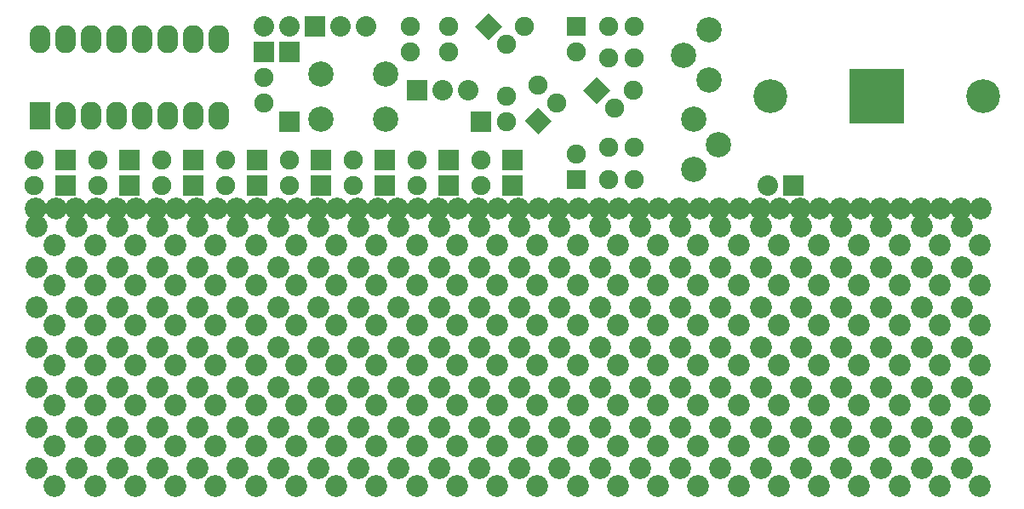
<source format=gts>
G04 (created by PCBNEW-RS274X (2011-dec-28)-stable) date Thu 26 Jan 2012 07:30:09 PM CET*
G01*
G70*
G90*
%MOIN*%
G04 Gerber Fmt 3.4, Leading zero omitted, Abs format*
%FSLAX34Y34*%
G04 APERTURE LIST*
%ADD10C,0.006000*%
%ADD11C,0.075000*%
%ADD12R,0.082000X0.110000*%
%ADD13O,0.082000X0.110000*%
%ADD14R,0.075000X0.075000*%
%ADD15C,0.098700*%
%ADD16C,0.132200*%
%ADD17R,0.216900X0.216900*%
%ADD18R,0.080000X0.080000*%
%ADD19C,0.080000*%
%ADD20C,0.086000*%
G04 APERTURE END LIST*
G54D10*
G36*
X43073Y-19000D02*
X42543Y-19530D01*
X42013Y-19000D01*
X42543Y-18470D01*
X43073Y-19000D01*
X43073Y-19000D01*
G37*
G54D11*
X43250Y-19707D03*
X43957Y-19000D03*
G54D10*
G36*
X40250Y-19677D02*
X40780Y-20207D01*
X40250Y-20737D01*
X39720Y-20207D01*
X40250Y-19677D01*
X40250Y-19677D01*
G37*
G54D11*
X40957Y-19500D03*
X40250Y-18793D03*
G54D10*
G36*
X38823Y-16500D02*
X38293Y-17030D01*
X37763Y-16500D01*
X38293Y-15970D01*
X38823Y-16500D01*
X38823Y-16500D01*
G37*
G54D11*
X39000Y-17207D03*
X39707Y-16500D03*
G54D12*
X20750Y-20000D03*
G54D13*
X21750Y-20000D03*
X22750Y-20000D03*
X23750Y-20000D03*
X24750Y-20000D03*
X25750Y-20000D03*
X26750Y-20000D03*
X27750Y-20000D03*
X27750Y-17000D03*
X26750Y-17000D03*
X25750Y-17000D03*
X24750Y-17000D03*
X23750Y-17000D03*
X22750Y-17000D03*
X21750Y-17000D03*
X20750Y-17000D03*
G54D14*
X41750Y-22500D03*
G54D11*
X41750Y-21500D03*
G54D14*
X41750Y-16500D03*
G54D11*
X41750Y-17500D03*
G54D15*
X46330Y-20141D03*
X46330Y-22109D03*
X47314Y-21125D03*
X46920Y-18609D03*
X46920Y-16641D03*
X45936Y-17625D03*
G54D16*
X49344Y-19250D03*
X57656Y-19250D03*
G54D17*
X53500Y-19250D03*
G54D11*
X20500Y-21750D03*
X20500Y-22750D03*
X23000Y-21750D03*
X23000Y-22750D03*
X25500Y-21750D03*
X25500Y-22750D03*
X28000Y-21750D03*
X28000Y-22750D03*
X30500Y-21750D03*
X30500Y-22750D03*
X33000Y-21750D03*
X33000Y-22750D03*
X35500Y-21750D03*
X35500Y-22750D03*
X38000Y-21750D03*
X38000Y-22750D03*
G54D18*
X21750Y-22750D03*
X24250Y-22750D03*
X26750Y-22750D03*
X29250Y-22750D03*
X31750Y-22750D03*
X34250Y-22750D03*
X36750Y-22750D03*
X39250Y-22750D03*
X38000Y-20250D03*
X21750Y-21750D03*
X24250Y-21750D03*
X26750Y-21750D03*
X29250Y-21750D03*
X31750Y-21750D03*
X34250Y-21750D03*
X36750Y-21750D03*
X39250Y-21750D03*
X30500Y-20250D03*
G54D11*
X29500Y-18500D03*
X29500Y-19500D03*
X44000Y-16500D03*
X43000Y-16500D03*
X44000Y-17750D03*
X43000Y-17750D03*
X44000Y-21250D03*
X43000Y-21250D03*
X44000Y-22500D03*
X43000Y-22500D03*
X35250Y-17500D03*
X35250Y-16500D03*
X36750Y-17500D03*
X36750Y-16500D03*
X39000Y-19250D03*
X39000Y-20250D03*
G54D18*
X35500Y-19000D03*
G54D19*
X36500Y-19000D03*
X37500Y-19000D03*
G54D18*
X50250Y-22750D03*
G54D19*
X49250Y-22750D03*
G54D18*
X29500Y-17500D03*
G54D19*
X29500Y-16500D03*
G54D18*
X30500Y-17500D03*
G54D19*
X30500Y-16500D03*
G54D18*
X31500Y-16500D03*
G54D19*
X32500Y-16500D03*
X33500Y-16500D03*
G54D15*
X34279Y-20136D03*
X34279Y-18364D03*
X31720Y-18364D03*
X31720Y-20136D03*
G54D20*
X55260Y-30643D03*
X55968Y-31351D03*
X55260Y-33789D03*
X55968Y-34497D03*
X55260Y-32216D03*
X55968Y-32924D03*
X56835Y-27497D03*
X57543Y-28205D03*
X56835Y-24351D03*
X57543Y-25059D03*
X56835Y-25924D03*
X57543Y-26632D03*
X53685Y-32216D03*
X54393Y-32924D03*
X55260Y-29070D03*
X55968Y-29778D03*
X55260Y-27497D03*
X55968Y-28205D03*
X55260Y-25924D03*
X55968Y-26632D03*
X55260Y-24351D03*
X55968Y-25059D03*
X53685Y-33789D03*
X54393Y-34497D03*
X50535Y-29070D03*
X51243Y-29778D03*
X56835Y-29070D03*
X57543Y-29778D03*
X56835Y-30643D03*
X57543Y-31351D03*
X56835Y-32216D03*
X57543Y-32924D03*
X56835Y-33789D03*
X57543Y-34497D03*
X50535Y-33789D03*
X51243Y-34497D03*
X48960Y-27497D03*
X49668Y-28205D03*
X48960Y-29070D03*
X49668Y-29778D03*
X48960Y-30643D03*
X49668Y-31351D03*
X48960Y-32216D03*
X49668Y-32924D03*
X48960Y-33789D03*
X49668Y-34497D03*
X50535Y-24351D03*
X51243Y-25059D03*
X50535Y-25924D03*
X51243Y-26632D03*
X50535Y-27497D03*
X51243Y-28205D03*
X50535Y-30643D03*
X51243Y-31351D03*
X50535Y-32216D03*
X51243Y-32924D03*
X53685Y-30643D03*
X54393Y-31351D03*
X52110Y-24351D03*
X52818Y-25059D03*
X52110Y-25924D03*
X52818Y-26632D03*
X52110Y-27497D03*
X52818Y-28205D03*
X52110Y-29070D03*
X52818Y-29778D03*
X52110Y-30643D03*
X52818Y-31351D03*
X52110Y-32216D03*
X52818Y-32924D03*
X52110Y-33789D03*
X52818Y-34497D03*
X53685Y-24351D03*
X54393Y-25059D03*
X53685Y-25924D03*
X54393Y-26632D03*
X53685Y-27497D03*
X54393Y-28205D03*
X53685Y-29070D03*
X54393Y-29778D03*
X48960Y-25924D03*
X49668Y-26632D03*
X30060Y-33789D03*
X30768Y-34497D03*
X26910Y-32216D03*
X27618Y-32924D03*
X26910Y-33789D03*
X27618Y-34497D03*
X28485Y-24351D03*
X29193Y-25059D03*
X28485Y-25924D03*
X29193Y-26632D03*
X28485Y-27497D03*
X29193Y-28205D03*
X28485Y-29070D03*
X29193Y-29778D03*
X28485Y-30643D03*
X29193Y-31351D03*
X28485Y-32216D03*
X29193Y-32924D03*
X28485Y-33789D03*
X29193Y-34497D03*
X30060Y-24351D03*
X30768Y-25059D03*
X30060Y-25924D03*
X30768Y-26632D03*
X30060Y-27497D03*
X30768Y-28205D03*
X30060Y-29070D03*
X30768Y-29778D03*
X30060Y-30643D03*
X30768Y-31351D03*
X30060Y-32216D03*
X30768Y-32924D03*
X26910Y-30643D03*
X27618Y-31351D03*
X31635Y-24351D03*
X32343Y-25059D03*
X31635Y-25924D03*
X32343Y-26632D03*
X31635Y-27497D03*
X32343Y-28205D03*
X31635Y-29070D03*
X32343Y-29778D03*
X31635Y-30643D03*
X32343Y-31351D03*
X31635Y-32216D03*
X32343Y-32924D03*
X31635Y-33789D03*
X32343Y-34497D03*
X33210Y-24351D03*
X33918Y-25059D03*
X33210Y-25924D03*
X33918Y-26632D03*
X33210Y-27497D03*
X33918Y-28205D03*
X33210Y-29070D03*
X33918Y-29778D03*
X33210Y-30643D03*
X33918Y-31351D03*
X33210Y-32216D03*
X33918Y-32924D03*
X33210Y-33789D03*
X33918Y-34497D03*
X34785Y-24351D03*
X35493Y-25059D03*
X23760Y-27497D03*
X24468Y-28205D03*
X20610Y-25924D03*
X21318Y-26632D03*
X20610Y-27497D03*
X21318Y-28205D03*
X20610Y-29070D03*
X21318Y-29778D03*
X20610Y-30643D03*
X21318Y-31351D03*
X20610Y-32216D03*
X21318Y-32924D03*
X20610Y-33789D03*
X21318Y-34497D03*
X22185Y-24351D03*
X22893Y-25059D03*
X22185Y-25924D03*
X22893Y-26632D03*
X22185Y-27497D03*
X22893Y-28205D03*
X22185Y-29070D03*
X22893Y-29778D03*
X22185Y-30643D03*
X22893Y-31351D03*
X22185Y-32216D03*
X22893Y-32924D03*
X22185Y-33789D03*
X22893Y-34497D03*
X23760Y-24351D03*
X24468Y-25059D03*
X23760Y-25924D03*
X24468Y-26632D03*
X34785Y-25924D03*
X35493Y-26632D03*
X23760Y-29070D03*
X24468Y-29778D03*
X23760Y-30643D03*
X24468Y-31351D03*
X23760Y-32216D03*
X24468Y-32924D03*
X23760Y-33789D03*
X24468Y-34497D03*
X25335Y-24351D03*
X26043Y-25059D03*
X25335Y-25924D03*
X26043Y-26632D03*
X25335Y-27497D03*
X26043Y-28205D03*
X25335Y-29070D03*
X26043Y-29778D03*
X25335Y-30643D03*
X26043Y-31351D03*
X25335Y-32216D03*
X26043Y-32924D03*
X25335Y-33789D03*
X26043Y-34497D03*
X26910Y-24351D03*
X27618Y-25059D03*
X26910Y-25924D03*
X27618Y-26632D03*
X26910Y-27497D03*
X27618Y-28205D03*
X26910Y-29070D03*
X27618Y-29778D03*
X44235Y-33789D03*
X44943Y-34497D03*
X41085Y-32216D03*
X41793Y-32924D03*
X41085Y-33789D03*
X41793Y-34497D03*
X42660Y-24351D03*
X43368Y-25059D03*
X42660Y-25924D03*
X43368Y-26632D03*
X42660Y-27497D03*
X43368Y-28205D03*
X42660Y-29070D03*
X43368Y-29778D03*
X42660Y-30643D03*
X43368Y-31351D03*
X42660Y-32216D03*
X43368Y-32924D03*
X42660Y-33789D03*
X43368Y-34497D03*
X44235Y-24351D03*
X44943Y-25059D03*
X44235Y-25924D03*
X44943Y-26632D03*
X44235Y-27497D03*
X44943Y-28205D03*
X44235Y-29070D03*
X44943Y-29778D03*
X44235Y-30643D03*
X44943Y-31351D03*
X44235Y-32216D03*
X44943Y-32924D03*
X41085Y-30643D03*
X41793Y-31351D03*
X45810Y-24351D03*
X46518Y-25059D03*
X45810Y-25924D03*
X46518Y-26632D03*
X45810Y-27497D03*
X46518Y-28205D03*
X45810Y-29070D03*
X46518Y-29778D03*
X45810Y-30643D03*
X46518Y-31351D03*
X45810Y-32216D03*
X46518Y-32924D03*
X45810Y-33789D03*
X46518Y-34497D03*
X47385Y-24351D03*
X48093Y-25059D03*
X47385Y-25924D03*
X48093Y-26632D03*
X47385Y-27497D03*
X48093Y-28205D03*
X47385Y-29070D03*
X48093Y-29778D03*
X47385Y-30643D03*
X48093Y-31351D03*
X47385Y-32216D03*
X48093Y-32924D03*
X47385Y-33789D03*
X48093Y-34497D03*
X48960Y-24351D03*
X49668Y-25059D03*
X37935Y-29070D03*
X38643Y-29778D03*
X34785Y-27497D03*
X35493Y-28205D03*
X34785Y-29070D03*
X35493Y-29778D03*
X34785Y-30643D03*
X35493Y-31351D03*
X34785Y-32216D03*
X35493Y-32924D03*
X34785Y-33789D03*
X35493Y-34497D03*
X36360Y-24351D03*
X37068Y-25059D03*
X36360Y-25924D03*
X37068Y-26632D03*
X36360Y-27497D03*
X37068Y-28205D03*
X36360Y-29070D03*
X37068Y-29778D03*
X36360Y-30643D03*
X37068Y-31351D03*
X36360Y-32216D03*
X37068Y-32924D03*
X36360Y-33789D03*
X37068Y-34497D03*
X37935Y-24351D03*
X38643Y-25059D03*
X37935Y-25924D03*
X38643Y-26632D03*
X37935Y-27497D03*
X38643Y-28205D03*
X20610Y-24351D03*
X21318Y-25059D03*
X37935Y-30643D03*
X38643Y-31351D03*
X37935Y-32216D03*
X38643Y-32924D03*
X37935Y-33789D03*
X38643Y-34497D03*
X39510Y-24351D03*
X40218Y-25059D03*
X39510Y-25924D03*
X40218Y-26632D03*
X39510Y-27497D03*
X40218Y-28205D03*
X39510Y-29070D03*
X40218Y-29778D03*
X39510Y-30643D03*
X40218Y-31351D03*
X39510Y-32216D03*
X40218Y-32924D03*
X39510Y-33789D03*
X40218Y-34497D03*
X41085Y-24351D03*
X41793Y-25059D03*
X41085Y-25924D03*
X41793Y-26632D03*
X41085Y-27497D03*
X41793Y-28205D03*
X41085Y-29070D03*
X41793Y-29778D03*
X20574Y-23622D03*
X21354Y-23622D03*
X22149Y-23622D03*
X22929Y-23622D03*
X23724Y-23622D03*
X24504Y-23622D03*
X25299Y-23622D03*
X26079Y-23622D03*
X26874Y-23622D03*
X27654Y-23622D03*
X28449Y-23622D03*
X29229Y-23622D03*
X30024Y-23622D03*
X30804Y-23622D03*
X31599Y-23622D03*
X32379Y-23622D03*
X33174Y-23622D03*
X33954Y-23622D03*
X34749Y-23622D03*
X35529Y-23622D03*
X36324Y-23622D03*
X37104Y-23622D03*
X37899Y-23622D03*
X38679Y-23622D03*
X39474Y-23622D03*
X40254Y-23622D03*
X41049Y-23622D03*
X41829Y-23622D03*
X42624Y-23622D03*
X43404Y-23622D03*
X44199Y-23622D03*
X44979Y-23622D03*
X45774Y-23622D03*
X46554Y-23622D03*
X47349Y-23622D03*
X48129Y-23622D03*
X48924Y-23622D03*
X49704Y-23622D03*
X50499Y-23622D03*
X51279Y-23622D03*
X52074Y-23622D03*
X52854Y-23622D03*
X53649Y-23622D03*
X54429Y-23622D03*
X55224Y-23622D03*
X56004Y-23622D03*
X56799Y-23622D03*
X57579Y-23622D03*
M02*

</source>
